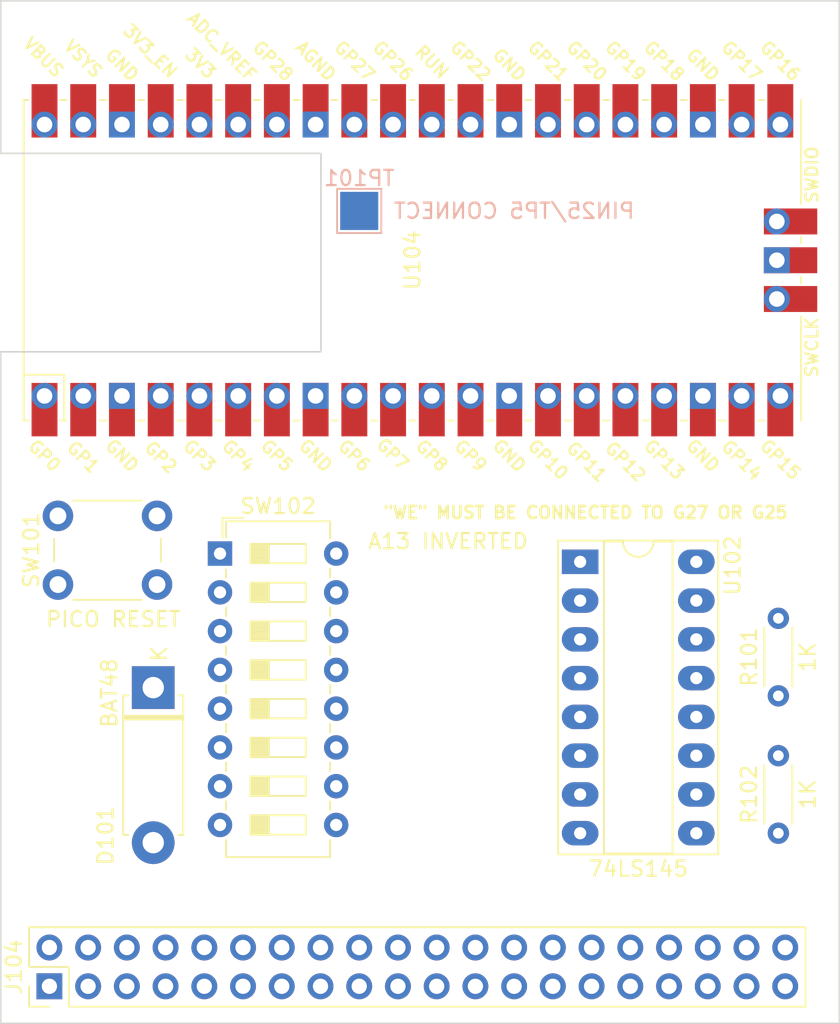
<source format=kicad_pcb>
(kicad_pcb (version 20240108) (generator "pcbnew") (generator_version "8.0")
  (layers (0 "F.Cu" signal) (31 "B.Cu" signal) (34 "B.Paste" user) (35 "F.Paste" user) (36 "B.SilkS" user "B.Silkscreen") (37 "F.SilkS" user "F.Silkscreen") (38 "B.Mask" user) (39 "F.Mask" user) (44 "Edge.Cuts" user))
  (net 0 "")
  (net 1 "GND")
  (net 2 "Net-(SW101-A)")
  (net 3 "Net-(D101-K)")
  (net 4 "V5")
  (net 5 "A0")
  (net 6 "A1")
  (net 7 "A2")
  (net 8 "A3")
  (net 9 "A4")
  (net 10 "A5")
  (net 11 "A6")
  (net 12 "A7")
  (net 13 "A8")
  (net 14 "A9")
  (net 15 "A10")
  (net 16 "A11")
  (net 17 "A12")
  (net 18 "A13")
  (net 19 "A14")
  (net 20 "A15")
  (net 21 "RW")
  (net 22 "D0")
  (net 23 "D1")
  (net 24 "D2")
  (net 25 "D3")
  (net 26 "D4")
  (net 27 "D5")
  (net 28 "D6")
  (net 29 "D7")
  (net 30 "V3.3")
  (net 31 "PHI2")
  (net 32 "DEN")
  (net 38 "CS")
  (net 39 "Net-(U102-Q0)")
  (net 40 "Net-(U102-Q1)")
  (net 41 "Net-(U102-Q2)")
  (net 42 "Net-(U102-Q3)")
  (net 43 "Net-(U102-Q4)")
  (net 44 "Net-(U102-Q5)")
  (net 45 "Net-(U102-Q6)")
  (net 46 "Net-(U102-Q7)")
  (footprint "Resistor_THT:R_Axial_DIN0204_L3.6mm_D1.6mm_P5.08mm_Horizontal" (layer "F.Cu") (at 171 105.54 90)
    (property "Reference" "R102" (at 2.54 -1.92 90) (layer "F.SilkS"))
    (property "Value" "1K" (at 2.54 1.92 90) (layer "F.SilkS"))
    (fp_line (start 0.62 -0.92) (end 4.46 -0.92) (stroke (width 0.12)) (layer "F.SilkS"))
    (fp_line (start 0.62 0.92) (end 4.46 0.92) (stroke (width 0.12)) (layer "F.SilkS"))
    (pad "1" thru_hole circle (at 0 0 90) (size 1.4 1.4) (drill 0.7) (layers "*.Cu" "*.Mask") (net 4 "V5"))
    (pad "2" thru_hole oval (at 5.08 0 90) (size 1.4 1.4) (drill 0.7) (layers "*.Cu" "*.Mask") (net 38 "CS"))
  )
  (footprint "Button_Switch_THT:SW_PUSH_6mm" (layer "F.Cu") (at 123.75 84.75)
    (property "Reference" "SW101" (at -1.75 2.25 90) (layer "F.SilkS"))
    (property "Value" "PICO RESET" (at 3.625 6.775 0) (layer "F.SilkS"))
    (fp_line (start -0.25 1.5) (end -0.25 3) (stroke (width 0.12)) (layer "F.SilkS"))
    (fp_line (start 1 5.5) (end 5.5 5.5) (stroke (width 0.12)) (layer "F.SilkS"))
    (fp_line (start 5.5 -1) (end 1 -1) (stroke (width 0.12)) (layer "F.SilkS"))
    (fp_line (start 6.75 3) (end 6.75 1.5) (stroke (width 0.12)) (layer "F.SilkS"))
    (pad "1" thru_hole circle (at 0 0 90) (size 2 2) (drill 1.1) (layers "*.Cu" "*.Mask") (net 2 "Net-(SW101-A)"))
    (pad "1" thru_hole circle (at 6.5 0 90) (size 2 2) (drill 1.1) (layers "*.Cu" "*.Mask") (net 2 "Net-(SW101-A)"))
    (pad "2" thru_hole circle (at 0 4.5 90) (size 2 2) (drill 1.1) (layers "*.Cu" "*.Mask") (net 1 "GND"))
    (pad "2" thru_hole circle (at 6.5 4.5 90) (size 2 2) (drill 1.1) (layers "*.Cu" "*.Mask") (net 1 "GND"))
  )
  (footprint "Package_DIP:DIP-16_W7.62mm_Socket_LongPads" (layer "F.Cu") (at 158 87.76)
    (property "Reference" "U102" (at 10 0.24 -90) (layer "F.SilkS"))
    (property "Value" "74LS145" (at 3.81 20.11 0) (layer "F.SilkS"))
    (fp_line (start -1.44 -1.39) (end -1.44 19.17) (stroke (width 0.12)) (layer "F.SilkS"))
    (fp_line (start -1.44 19.17) (end 9.06 19.17) (stroke (width 0.12)) (layer "F.SilkS"))
    (fp_line (start 1.56 -1.33) (end 1.56 19.11) (stroke (width 0.12)) (layer "F.SilkS"))
    (fp_line (start 1.56 19.11) (end 6.06 19.11) (stroke (width 0.12)) (layer "F.SilkS"))
    (fp_line (start 2.81 -1.33) (end 1.56 -1.33) (stroke (width 0.12)) (layer "F.SilkS"))
    (fp_line (start 6.06 -1.33) (end 4.81 -1.33) (stroke (width 0.12)) (layer "F.SilkS"))
    (fp_line (start 6.06 19.11) (end 6.06 -1.33) (stroke (width 0.12)) (layer "F.SilkS"))
    (fp_line (start 9.06 -1.39) (end -1.44 -1.39) (stroke (width 0.12)) (layer "F.SilkS"))
    (fp_line (start 9.06 19.17) (end 9.06 -1.39) (stroke (width 0.12)) (layer "F.SilkS"))
    (fp_arc (start 4.81 -1.33) (mid 3.81 -0.33) (end 2.81 -1.33) (stroke (width 0.12)) (layer "F.SilkS"))
    (pad "1" thru_hole rect (at 0 0) (size 2.4 1.6) (drill 0.8) (layers "*.Cu" "*.Mask") (net 39 "Net-(U102-Q0)"))
    (pad "2" thru_hole oval (at 0 2.54) (size 2.4 1.6) (drill 0.8) (layers "*.Cu" "*.Mask") (net 40 "Net-(U102-Q1)"))
    (pad "3" thru_hole oval (at 0 5.08) (size 2.4 1.6) (drill 0.8) (layers "*.Cu" "*.Mask") (net 41 "Net-(U102-Q2)"))
    (pad "4" thru_hole oval (at 0 7.62) (size 2.4 1.6) (drill 0.8) (layers "*.Cu" "*.Mask") (net 42 "Net-(U102-Q3)"))
    (pad "5" thru_hole oval (at 0 10.16) (size 2.4 1.6) (drill 0.8) (layers "*.Cu" "*.Mask") (net 43 "Net-(U102-Q4)"))
    (pad "6" thru_hole oval (at 0 12.7) (size 2.4 1.6) (drill 0.8) (layers "*.Cu" "*.Mask") (net 44 "Net-(U102-Q5)"))
    (pad "7" thru_hole oval (at 0 15.24) (size 2.4 1.6) (drill 0.8) (layers "*.Cu" "*.Mask") (net 45 "Net-(U102-Q6)"))
    (pad "8" thru_hole oval (at 0 17.78) (size 2.4 1.6) (drill 0.8) (layers "*.Cu" "*.Mask") (net 1 "GND"))
    (pad "9" thru_hole oval (at 7.62 17.78) (size 2.4 1.6) (drill 0.8) (layers "*.Cu" "*.Mask") (net 46 "Net-(U102-Q7)"))
    (pad "10" thru_hole oval (at 7.62 15.24) (size 2.4 1.6) (drill 0.8) (layers "*.Cu" "*.Mask"))
    (pad "11" thru_hole oval (at 7.62 12.7) (size 2.4 1.6) (drill 0.8) (layers "*.Cu" "*.Mask"))
    (pad "12" thru_hole oval (at 7.62 10.16) (size 2.4 1.6) (drill 0.8) (layers "*.Cu" "*.Mask") (net 1 "GND"))
    (pad "13" thru_hole oval (at 7.62 7.62) (size 2.4 1.6) (drill 0.8) (layers "*.Cu" "*.Mask") (net 20 "A15"))
    (pad "14" thru_hole oval (at 7.62 5.08) (size 2.4 1.6) (drill 0.8) (layers "*.Cu" "*.Mask") (net 19 "A14"))
    (pad "15" thru_hole oval (at 7.62 2.54) (size 2.4 1.6) (drill 0.8) (layers "*.Cu" "*.Mask") (net 18 "A13"))
    (pad "16" thru_hole oval (at 7.62 0) (size 2.4 1.6) (drill 0.8) (layers "*.Cu" "*.Mask") (net 4 "V5"))
  )
  (footprint "Button_Switch_THT:SW_DIP_SPSTx08_Slide_6.7x21.88mm_W7.62mm_P2.54mm_LowProfile" (layer "F.Cu") (at 134.38 87.22)
    (property "Reference" "SW102" (at 3.81 -3.11 0) (layer "F.SilkS"))
    (property "Value" "SW_DIP_x08")
    (fp_line (start 0.16 -2.35) (end 0.16 -1.04) (stroke (width 0.12)) (layer "F.SilkS"))
    (fp_line (start 0.16 -2.35) (end 1.543 -2.35) (stroke (width 0.12)) (layer "F.SilkS"))
    (fp_line (start 0.4 -2.11) (end 0.4 -1.04) (stroke (width 0.12)) (layer "F.SilkS"))
    (fp_line (start 0.4 -2.11) (end 7.221 -2.11) (stroke (width 0.12)) (layer "F.SilkS"))
    (fp_line (start 0.4 1.04) (end 0.4 1.551) (stroke (width 0.12)) (layer "F.SilkS"))
    (fp_line (start 0.4 3.53) (end 0.4 4.091) (stroke (width 0.12)) (layer "F.SilkS"))
    (fp_line (start 0.4 6.07) (end 0.4 6.631) (stroke (width 0.12)) (layer "F.SilkS"))
    (fp_line (start 0.4 8.61) (end 0.4 9.17) (stroke (width 0.12)) (layer "F.SilkS"))
    (fp_line (start 0.4 11.15) (end 0.4 11.71) (stroke (width 0.12)) (layer "F.SilkS"))
    (fp_line (start 0.4 13.69) (end 0.4 14.25) (stroke (width 0.12)) (layer "F.SilkS"))
    (fp_line (start 0.4 16.23) (end 0.4 16.79) (stroke (width 0.12)) (layer "F.SilkS"))
    (fp_line (start 0.4 18.77) (end 0.4 19.891) (stroke (width 0.12)) (layer "F.SilkS"))
    (fp_line (start 0.4 19.891) (end 7.221 19.891) (stroke (width 0.12)) (layer "F.SilkS"))
    (fp_line (start 2 -0.635) (end 2 0.635) (stroke (width 0.12)) (layer "F.SilkS"))
    (fp_line (start 2 -0.515) (end 3.206667 -0.515) (stroke (width 0.12)) (layer "F.SilkS"))
    (fp_line (start 2 -0.395) (end 3.206667 -0.395) (stroke (width 0.12)) (layer "F.SilkS"))
    (fp_line (start 2 -0.275) (end 3.206667 -0.275) (stroke (width 0.12)) (layer "F.SilkS"))
    (fp_line (start 2 -0.155) (end 3.206667 -0.155) (stroke (width 0.12)) (layer "F.SilkS"))
    (fp_line (start 2 -0.035) (end 3.206667 -0.035) (stroke (width 0.12)) (layer "F.SilkS"))
    (fp_line (start 2 0.085) (end 3.206667 0.085) (stroke (width 0.12)) (layer "F.SilkS"))
    (fp_line (start 2 0.205) (end 3.206667 0.205) (stroke (width 0.12)) (layer "F.SilkS"))
    (fp_line (start 2 0.325) (end 3.206667 0.325) (stroke (width 0.12)) (layer "F.SilkS"))
    (fp_line (start 2 0.445) (end 3.206667 0.445) (stroke (width 0.12)) (layer "F.SilkS"))
    (fp_line (start 2 0.565) (end 3.206667 0.565) (stroke (width 0.12)) (layer "F.SilkS"))
    (fp_line (start 2 0.635) (end 5.62 0.635) (stroke (width 0.12)) (layer "F.SilkS"))
    (fp_line (start 2 1.905) (end 2 3.175) (stroke (width 0.12)) (layer "F.SilkS"))
    (fp_line (start 2 2.025) (end 3.206667 2.025) (stroke (width 0.12)) (layer "F.SilkS"))
    (fp_line (start 2 2.145) (end 3.206667 2.145) (stroke (width 0.12)) (layer "F.SilkS"))
    (fp_line (start 2 2.265) (end 3.206667 2.265) (stroke (width 0.12)) (layer "F.SilkS"))
    (fp_line (start 2 2.385) (end 3.206667 2.385) (stroke (width 0.12)) (layer "F.SilkS"))
    (fp_line (start 2 2.505) (end 3.206667 2.505) (stroke (width 0.12)) (layer "F.SilkS"))
    (fp_line (start 2 2.625) (end 3.206667 2.625) (stroke (width 0.12)) (layer "F.SilkS"))
    (fp_line (start 2 2.745) (end 3.206667 2.745) (stroke (width 0.12)) (layer "F.SilkS"))
    (fp_line (start 2 2.865) (end 3.206667 2.865) (stroke (width 0.12)) (layer "F.SilkS"))
    (fp_line (start 2 2.985) (end 3.206667 2.985) (stroke (width 0.12)) (layer "F.SilkS"))
    (fp_line (start 2 3.105) (end 3.206667 3.105) (stroke (width 0.12)) (layer "F.SilkS"))
    (fp_line (start 2 3.175) (end 5.62 3.175) (stroke (width 0.12)) (layer "F.SilkS"))
    (fp_line (start 2 4.445) (end 2 5.715) (stroke (width 0.12)) (layer "F.SilkS"))
    (fp_line (start 2 4.565) (end 3.206667 4.565) (stroke (width 0.12)) (layer "F.SilkS"))
    (fp_line (start 2 4.685) (end 3.206667 4.685) (stroke (width 0.12)) (layer "F.SilkS"))
    (fp_line (start 2 4.805) (end 3.206667 4.805) (stroke (width 0.12)) (layer "F.SilkS"))
    (fp_line (start 2 4.925) (end 3.206667 4.925) (stroke (width 0.12)) (layer "F.SilkS"))
    (fp_line (start 2 5.045) (end 3.206667 5.045) (stroke (width 0.12)) (layer "F.SilkS"))
    (fp_line (start 2 5.165) (end 3.206667 5.165) (stroke (width 0.12)) (layer "F.SilkS"))
    (fp_line (start 2 5.285) (end 3.206667 5.285) (stroke (width 0.12)) (layer "F.SilkS"))
    (fp_line (start 2 5.405) (end 3.206667 5.405) (stroke (width 0.12)) (layer "F.SilkS"))
    (fp_line (start 2 5.525) (end 3.206667 5.525) (stroke (width 0.12)) (layer "F.SilkS"))
    (fp_line (start 2 5.645) (end 3.206667 5.645) (stroke (width 0.12)) (layer "F.SilkS"))
    (fp_line (start 2 5.715) (end 5.62 5.715) (stroke (width 0.12)) (layer "F.SilkS"))
    (fp_line (start 2 6.985) (end 2 8.255) (stroke (width 0.12)) (layer "F.SilkS"))
    (fp_line (start 2 7.105) (end 3.206667 7.105) (stroke (width 0.12)) (layer "F.SilkS"))
    (fp_line (start 2 7.225) (end 3.206667 7.225) (stroke (width 0.12)) (layer "F.SilkS"))
    (fp_line (start 2 7.345) (end 3.206667 7.345) (stroke (width 0.12)) (layer "F.SilkS"))
    (fp_line (start 2 7.465) (end 3.206667 7.465) (stroke (width 0.12)) (layer "F.SilkS"))
    (fp_line (start 2 7.585) (end 3.206667 7.585) (stroke (width 0.12)) (layer "F.SilkS"))
    (fp_line (start 2 7.705) (end 3.206667 7.705) (stroke (width 0.12)) (layer "F.SilkS"))
    (fp_line (start 2 7.825) (end 3.206667 7.825) (stroke (width 0.12)) (layer "F.SilkS"))
    (fp_line (start 2 7.945) (end 3.206667 7.945) (stroke (width 0.12)) (layer "F.SilkS"))
    (fp_line (start 2 8.065) (end 3.206667 8.065) (stroke (width 0.12)) (layer "F.SilkS"))
    (fp_line (start 2 8.185) (end 3.206667 8.185) (stroke (width 0.12)) (layer "F.SilkS"))
    (fp_line (start 2 8.255) (end 5.62 8.255) (stroke (width 0.12)) (layer "F.SilkS"))
    (fp_line (start 2 9.525) (end 2 10.795) (stroke (width 0.12)) (layer "F.SilkS"))
    (fp_line (start 2 9.645) (end 3.206667 9.645) (stroke (width 0.12)) (layer "F.SilkS"))
    (fp_line (start 2 9.765) (end 3.206667 9.765) (stroke (width 0.12)) (layer "F.SilkS"))
    (fp_line (start 2 9.885) (end 3.206667 9.885) (stroke (width 0.12)) (layer "F.SilkS"))
    (fp_line (start 2 10.005) (end 3.206667 10.005) (stroke (width 0.12)) (layer "F.SilkS"))
    (fp_line (start 2 10.125) (end 3.206667 10.125) (stroke (width 0.12)) (layer "F.SilkS"))
    (fp_line (start 2 10.245) (end 3.206667 10.245) (stroke (width 0.12)) (layer "F.SilkS"))
    (fp_line (start 2 10.365) (end 3.206667 10.365) (stroke (width 0.12)) (layer "F.SilkS"))
    (fp_line (start 2 10.485) (end 3.206667 10.485) (stroke (width 0.12)) (layer "F.SilkS"))
    (fp_line (start 2 10.605) (end 3.206667 10.605) (stroke (width 0.12)) (layer "F.SilkS"))
    (fp_line (start 2 10.725) (end 3.206667 10.725) (stroke (width 0.12)) (layer "F.SilkS"))
    (fp_line (start 2 10.795) (end 5.62 10.795) (stroke (width 0.12)) (layer "F.SilkS"))
    (fp_line (start 2 12.065) (end 2 13.335) (stroke (width 0.12)) (layer "F.SilkS"))
    (fp_line (start 2 12.185) (end 3.206667 12.185) (stroke (width 0.12)) (layer "F.SilkS"))
    (fp_line (start 2 12.305) (end 3.206667 12.305) (stroke (width 0.12)) (layer "F.SilkS"))
    (fp_line (start 2 12.425) (end 3.206667 12.425) (stroke (width 0.12)) (layer "F.SilkS"))
    (fp_line (start 2 12.545) (end 3.206667 12.545) (stroke (width 0.12)) (layer "F.SilkS"))
    (fp_line (start 2 12.665) (end 3.206667 12.665) (stroke (width 0.12)) (layer "F.SilkS"))
    (fp_line (start 2 12.785) (end 3.206667 12.785) (stroke (width 0.12)) (layer "F.SilkS"))
    (fp_line (start 2 12.905) (end 3.206667 12.905) (stroke (width 0.12)) (layer "F.SilkS"))
    (fp_line (start 2 13.025) (end 3.206667 13.025) (stroke (width 0.12)) (layer "F.SilkS"))
    (fp_line (start 2 13.145) (end 3.206667 13.145) (stroke (width 0.12)) (layer "F.SilkS"))
    (fp_line (start 2 13.265) (end 3.206667 13.265) (stroke (width 0.12)) (layer "F.SilkS"))
    (fp_line (start 2 13.335) (end 5.62 13.335) (stroke (width 0.12)) (layer "F.SilkS"))
    (fp_line (start 2 14.605) (end 2 15.875) (stroke (width 0.12)) (layer "F.SilkS"))
    (fp_line (start 2 14.725) (end 3.206667 14.725) (stroke (width 0.12)) (layer "F.SilkS"))
    (fp_line (start 2 14.845) (end 3.206667 14.845) (stroke (width 0.12)) (layer "F.SilkS"))
    (fp_line (start 2 14.965) (end 3.206667 14.965) (stroke (width 0.12)) (layer "F.SilkS"))
    (fp_line (start 2 15.085) (end 3.206667 15.085) (stroke (width 0.12)) (layer "F.SilkS"))
    (fp_line (start 2 15.205) (end 3.206667 15.205) (stroke (width 0.12)) (layer "F.SilkS"))
    (fp_line (start 2 15.325) (end 3.206667 15.325) (stroke (width 0.12)) (layer "F.SilkS"))
    (fp_line (start 2 15.445) (end 3.206667 15.445) (stroke (width 0.12)) (layer "F.SilkS"))
    (fp_line (start 2 15.565) (end 3.206667 15.565) (stroke (width 0.12)) (layer "F.SilkS"))
    (fp_line (start 2 15.685) (end 3.206667 15.685) (stroke (width 0.12)) (layer "F.SilkS"))
    (fp_line (start 2 15.805) (end 3.206667 15.805) (stroke (width 0.12)) (layer "F.SilkS"))
    (fp_line (start 2 15.875) (end 5.62 15.875) (stroke (width 0.12)) (layer "F.SilkS"))
    (fp_line (start 2 17.145) (end 2 18.415) (stroke (width 0.12)) (layer "F.SilkS"))
    (fp_line (start 2 17.265) (end 3.206667 17.265) (stroke (width 0.12)) (layer "F.SilkS"))
    (fp_line (start 2 17.385) (end 3.206667 17.385) (stroke (width 0.12)) (layer "F.SilkS"))
    (fp_line (start 2 17.505) (end 3.206667 17.505) (stroke (width 0.12)) (layer "F.SilkS"))
    (fp_line (start 2 17.625) (end 3.206667 17.625) (stroke (width 0.12)) (layer "F.SilkS"))
    (fp_line (start 2 17.745) (end 3.206667 17.745) (stroke (width 0.12)) (layer "F.SilkS"))
    (fp_line (start 2 17.865) (end 3.206667 17.865) (stroke (width 0.12)) (layer "F.SilkS"))
    (fp_line (start 2 17.985) (end 3.206667 17.985) (stroke (width 0.12)) (layer "F.SilkS"))
    (fp_line (start 2 18.105) (end 3.206667 18.105) (stroke (width 0.12)) (layer "F.SilkS"))
    (fp_line (start 2 18.225) (end 3.206667 18.225) (stroke (width 0.12)) (layer "F.SilkS"))
    (fp_line (start 2 18.345) (end 3.206667 18.345) (stroke (width 0.12)) (layer "F.SilkS"))
    (fp_line (start 2 18.415) (end 5.62 18.415) (stroke (width 0.12)) (layer "F.SilkS"))
    (fp_line (start 3.206667 -0.635) (end 3.206667 0.635) (stroke (width 0.12)) (layer "F.SilkS"))
    (fp_line (start 3.206667 1.905) (end 3.206667 3.175) (stroke (width 0.12)) (layer "F.SilkS"))
    (fp_line (start 3.206667 4.445) (end 3.206667 5.715) (stroke (width 0.12)) (layer "F.SilkS"))
    (fp_line (start 3.206667 6.985) (end 3.206667 8.255) (stroke (width 0.12)) (layer "F.SilkS"))
    (fp_line (start 3.206667 9.525) (end 3.206667 10.795) (stroke (width 0.12)) (layer "F.SilkS"))
    (fp_line (start 3.206667 12.065) (end 3.206667 13.335) (stroke (width 0.12)) (layer "F.SilkS"))
    (fp_line (start 3.206667 14.605) (end 3.206667 15.875) (stroke (width 0.12)) (layer "F.SilkS"))
    (fp_line (start 3.206667 17.145) (end 3.206667 18.415) (stroke (width 0.12)) (layer "F.SilkS"))
    (fp_line (start 5.62 -0.635) (end 2 -0.635) (stroke (width 0.12)) (layer "F.SilkS"))
    (fp_line (start 5.62 0.635) (end 5.62 -0.635) (stroke (width 0.12)) (layer "F.SilkS"))
    (fp_line (start 5.62 1.905) (end 2 1.905) (stroke (width 0.12)) (layer "F.SilkS"))
    (fp_line (start 5.62 3.175) (end 5.62 1.905) (stroke (width 0.12)) (layer "F.SilkS"))
    (fp_line (start 5.62 4.445) (end 2 4.445) (stroke (width 0.12)) (layer "F.SilkS"))
    (fp_line (start 5.62 5.715) (end 5.62 4.445) (stroke (width 0.12)) (layer "F.SilkS"))
    (fp_line (start 5.62 6.985) (end 2 6.985) (stroke (width 0.12)) (layer "F.SilkS"))
    (fp_line (start 5.62 8.255) (end 5.62 6.985) (stroke (width 0.12)) (layer "F.SilkS"))
    (fp_line (start 5.62 9.525) (end 2 9.525) (stroke (width 0.12)) (layer "F.SilkS"))
    (fp_line (start 5.62 10.795) (end 5.62 9.525) (stroke (width 0.12)) (layer "F.SilkS"))
    (fp_line (start 5.62 12.065) (end 2 12.065) (stroke (width 0.12)) (layer "F.SilkS"))
    (fp_line (start 5.62 13.335) (end 5.62 12.065) (stroke (width 0.12)) (layer "F.SilkS"))
    (fp_line (start 5.62 14.605) (end 2 14.605) (stroke (width 0.12)) (layer "F.SilkS"))
    (fp_line (start 5.62 15.875) (end 5.62 14.605) (stroke (width 0.12)) (layer "F.SilkS"))
    (fp_line (start 5.62 17.145) (end 2 17.145) (stroke (width 0.12)) (layer "F.SilkS"))
    (fp_line (start 5.62 18.415) (end 5.62 17.145) (stroke (width 0.12)) (layer "F.SilkS"))
    (fp_line (start 7.221 -2.11) (end 7.221 -0.99) (stroke (width 0.12)) (layer "F.SilkS"))
    (fp_line (start 7.221 0.991) (end 7.221 1.551) (stroke (width 0.12)) (layer "F.SilkS"))
    (fp_line (start 7.221 3.531) (end 7.221 4.091) (stroke (width 0.12)) (layer "F.SilkS"))
    (fp_line (start 7.221 6.071) (end 7.221 6.631) (stroke (width 0.12)) (layer "F.SilkS"))
    (fp_line (start 7.221 8.611) (end 7.221 9.171) (stroke (width 0.12)) (layer "F.SilkS"))
    (fp_line (start 7.221 11.151) (end 7.221 11.711) (stroke (width 0.12)) (layer "F.SilkS"))
    (fp_line (start 7.221 13.691) (end 7.221 14.251) (stroke (width 0.12)) (layer "F.SilkS"))
    (fp_line (start 7.221 16.231) (end 7.221 16.79) (stroke (width 0.12)) (layer "F.SilkS"))
    (fp_line (start 7.221 18.771) (end 7.221 19.891) (stroke (width 0.12)) (layer "F.SilkS"))
    (pad "1" thru_hole rect (at 0 0) (size 1.6 1.6) (drill 0.8) (layers "*.Cu" "*.Mask") (net 39 "Net-(U102-Q0)"))
    (pad "2" thru_hole oval (at 0 2.54) (size 1.6 1.6) (drill 0.8) (layers "*.Cu" "*.Mask") (net 40 "Net-(U102-Q1)"))
    (pad "3" thru_hole oval (at 0 5.08) (size 1.6 1.6) (drill 0.8) (layers "*.Cu" "*.Mask") (net 41 "Net-(U102-Q2)"))
    (pad "4" thru_hole oval (at 0 7.62) (size 1.6 1.6) (drill 0.8) (layers "*.Cu" "*.Mask") (net 42 "Net-(U102-Q3)"))
    (pad "5" thru_hole oval (at 0 10.16) (size 1.6 1.6) (drill 0.8) (layers "*.Cu" "*.Mask") (net 43 "Net-(U102-Q4)"))
    (pad "6" thru_hole oval (at 0 12.7) (size 1.6 1.6) (drill 0.8) (layers "*.Cu" "*.Mask") (net 44 "Net-(U102-Q5)"))
    (pad "7" thru_hole oval (at 0 15.24) (size 1.6 1.6) (drill 0.8) (layers "*.Cu" "*.Mask") (net 45 "Net-(U102-Q6)"))
    (pad "8" thru_hole oval (at 0 17.78) (size 1.6 1.6) (drill 0.8) (layers "*.Cu" "*.Mask") (net 46 "Net-(U102-Q7)"))
    (pad "9" thru_hole oval (at 7.62 17.78) (size 1.6 1.6) (drill 0.8) (layers "*.Cu" "*.Mask") (net 32 "DEN"))
    (pad "10" thru_hole oval (at 7.62 15.24) (size 1.6 1.6) (drill 0.8) (layers "*.Cu" "*.Mask") (net 38 "CS"))
    (pad "11" thru_hole oval (at 7.62 12.7) (size 1.6 1.6) (drill 0.8) (layers "*.Cu" "*.Mask") (net 38 "CS"))
    (pad "12" thru_hole oval (at 7.62 10.16) (size 1.6 1.6) (drill 0.8) (layers "*.Cu" "*.Mask") (net 38 "CS"))
    (pad "13" thru_hole oval (at 7.62 7.62) (size 1.6 1.6) (drill 0.8) (layers "*.Cu" "*.Mask") (net 38 "CS"))
    (pad "14" thru_hole oval (at 7.62 5.08) (size 1.6 1.6) (drill 0.8) (layers "*.Cu" "*.Mask") (net 38 "CS"))
    (pad "15" thru_hole oval (at 7.62 2.54) (size 1.6 1.6) (drill 0.8) (layers "*.Cu" "*.Mask") (net 38 "CS"))
    (pad "16" thru_hole oval (at 7.62 0) (size 1.6 1.6) (drill 0.8) (layers "*.Cu" "*.Mask") (net 32 "DEN"))
  )
  (footprint "Resistor_THT:R_Axial_DIN0204_L3.6mm_D1.6mm_P5.08mm_Horizontal" (layer "F.Cu") (at 171 96.54 90)
    (property "Reference" "R101" (at 2.54 -1.92 -90) (layer "F.SilkS"))
    (property "Value" "1K" (at 2.54 1.92 -90) (layer "F.SilkS"))
    (fp_line (start 0.62 -0.92) (end 4.46 -0.92) (stroke (width 0.12)) (layer "F.SilkS"))
    (fp_line (start 0.62 0.92) (end 4.46 0.92) (stroke (width 0.12)) (layer "F.SilkS"))
    (pad "1" thru_hole circle (at 0 0 90) (size 1.4 1.4) (drill 0.7) (layers "*.Cu" "*.Mask") (net 4 "V5"))
    (pad "2" thru_hole oval (at 5.08 0 90) (size 1.4 1.4) (drill 0.7) (layers "*.Cu" "*.Mask") (net 32 "DEN"))
  )
  (footprint "Connector_PinHeader_2.54mm:PinHeader_2x20_P2.54mm_Vertical" (layer "F.Cu") (at 123.19 115.57 90)
    (property "Reference" "J104" (at 1.27 -2.33 270) (layer "F.SilkS"))
    (property "Value" "PAL-1 Expansion Connector")
    (fp_line (start 3.87 -1.33) (end 3.87 49.59) (stroke (width 0.12)) (layer "F.SilkS"))
    (fp_line (start 1.27 -1.33) (end 3.87 -1.33) (stroke (width 0.12)) (layer "F.SilkS"))
    (fp_line (start -1.33 -1.33) (end 0 -1.33) (stroke (width 0.12)) (layer "F.SilkS"))
    (fp_line (start -1.33 0) (end -1.33 -1.33) (stroke (width 0.12)) (layer "F.SilkS"))
    (fp_line (start 1.27 1.27) (end 1.27 -1.33) (stroke (width 0.12)) (layer "F.SilkS"))
    (fp_line (start -1.33 1.27) (end 1.27 1.27) (stroke (width 0.12)) (layer "F.SilkS"))
    (fp_line (start -1.33 1.27) (end -1.33 49.59) (stroke (width 0.12)) (layer "F.SilkS"))
    (fp_line (start -1.33 49.59) (end 3.87 49.59) (stroke (width 0.12)) (layer "F.SilkS"))
    (pad "1" thru_hole rect (at 0 0 90) (size 1.7 1.7) (drill 1) (layers "*.Cu" "*.Mask") (net 1 "GND"))
    (pad "2" thru_hole oval (at 2.54 0 90) (size 1.7 1.7) (drill 1) (layers "*.Cu" "*.Mask") (net 1 "GND"))
    (pad "3" thru_hole oval (at 0 2.54 90) (size 1.7 1.7) (drill 1) (layers "*.Cu" "*.Mask") (net 4 "V5"))
    (pad "4" thru_hole oval (at 2.54 2.54 90) (size 1.7 1.7) (drill 1) (layers "*.Cu" "*.Mask"))
    (pad "5" thru_hole oval (at 0 5.08 90) (size 1.7 1.7) (drill 1) (layers "*.Cu" "*.Mask") (net 5 "A0"))
    (pad "6" thru_hole oval (at 2.54 5.08 90) (size 1.7 1.7) (drill 1) (layers "*.Cu" "*.Mask") (net 6 "A1"))
    (pad "7" thru_hole oval (at 0 7.62 90) (size 1.7 1.7) (drill 1) (layers "*.Cu" "*.Mask") (net 7 "A2"))
    (pad "8" thru_hole oval (at 2.54 7.62 90) (size 1.7 1.7) (drill 1) (layers "*.Cu" "*.Mask") (net 8 "A3"))
    (pad "9" thru_hole oval (at 0 10.16 90) (size 1.7 1.7) (drill 1) (layers "*.Cu" "*.Mask") (net 9 "A4"))
    (pad "10" thru_hole oval (at 2.54 10.16 90) (size 1.7 1.7) (drill 1) (layers "*.Cu" "*.Mask") (net 10 "A5"))
    (pad "11" thru_hole oval (at 0 12.7 90) (size 1.7 1.7) (drill 1) (layers "*.Cu" "*.Mask") (net 11 "A6"))
    (pad "12" thru_hole oval (at 2.54 12.7 90) (size 1.7 1.7) (drill 1) (layers "*.Cu" "*.Mask") (net 12 "A7"))
    (pad "13" thru_hole oval (at 0 15.24 90) (size 1.7 1.7) (drill 1) (layers "*.Cu" "*.Mask") (net 13 "A8"))
    (pad "14" thru_hole oval (at 2.54 15.24 90) (size 1.7 1.7) (drill 1) (layers "*.Cu" "*.Mask") (net 14 "A9"))
    (pad "15" thru_hole oval (at 0 17.78 90) (size 1.7 1.7) (drill 1) (layers "*.Cu" "*.Mask") (net 15 "A10"))
    (pad "16" thru_hole oval (at 2.54 17.78 90) (size 1.7 1.7) (drill 1) (layers "*.Cu" "*.Mask") (net 16 "A11"))
    (pad "17" thru_hole oval (at 0 20.32 90) (size 1.7 1.7) (drill 1) (layers "*.Cu" "*.Mask") (net 17 "A12"))
    (pad "18" thru_hole oval (at 2.54 20.32 90) (size 1.7 1.7) (drill 1) (layers "*.Cu" "*.Mask") (net 18 "A13"))
    (pad "19" thru_hole oval (at 0 22.86 90) (size 1.7 1.7) (drill 1) (layers "*.Cu" "*.Mask") (net 19 "A14"))
    (pad "20" thru_hole oval (at 2.54 22.86 90) (size 1.7 1.7) (drill 1) (layers "*.Cu" "*.Mask") (net 20 "A15"))
    (pad "21" thru_hole oval (at 0 25.4 90) (size 1.7 1.7) (drill 1) (layers "*.Cu" "*.Mask") (net 21 "RW"))
    (pad "22" thru_hole oval (at 2.54 25.4 90) (size 1.7 1.7) (drill 1) (layers "*.Cu" "*.Mask") (net 31 "PHI2"))
    (pad "23" thru_hole oval (at 0 27.94 90) (size 1.7 1.7) (drill 1) (layers "*.Cu" "*.Mask") (net 22 "D0"))
    (pad "24" thru_hole oval (at 2.54 27.94 90) (size 1.7 1.7) (drill 1) (layers "*.Cu" "*.Mask") (net 23 "D1"))
    (pad "25" thru_hole oval (at 0 30.48 90) (size 1.7 1.7) (drill 1) (layers "*.Cu" "*.Mask") (net 24 "D2"))
    (pad "26" thru_hole oval (at 2.54 30.48 90) (size 1.7 1.7) (drill 1) (layers "*.Cu" "*.Mask") (net 25 "D3"))
    (pad "27" thru_hole oval (at 0 33.02 90) (size 1.7 1.7) (drill 1) (layers "*.Cu" "*.Mask") (net 26 "D4"))
    (pad "28" thru_hole oval (at 2.54 33.02 90) (size 1.7 1.7) (drill 1) (layers "*.Cu" "*.Mask") (net 27 "D5"))
    (pad "29" thru_hole oval (at 0 35.56 90) (size 1.7 1.7) (drill 1) (layers "*.Cu" "*.Mask") (net 28 "D6"))
    (pad "30" thru_hole oval (at 2.54 35.56 90) (size 1.7 1.7) (drill 1) (layers "*.Cu" "*.Mask") (net 29 "D7"))
    (pad "31" thru_hole oval (at 0 38.1 90) (size 1.7 1.7) (drill 1) (layers "*.Cu" "*.Mask"))
    (pad "32" thru_hole oval (at 2.54 38.1 90) (size 1.7 1.7) (drill 1) (layers "*.Cu" "*.Mask"))
    (pad "33" thru_hole oval (at 0 40.64 90) (size 1.7 1.7) (drill 1) (layers "*.Cu" "*.Mask"))
    (pad "34" thru_hole oval (at 2.54 40.64 90) (size 1.7 1.7) (drill 1) (layers "*.Cu" "*.Mask"))
    (pad "35" thru_hole oval (at 0 43.18 90) (size 1.7 1.7) (drill 1) (layers "*.Cu" "*.Mask") (net 32 "DEN"))
    (pad "36" thru_hole oval (at 2.54 43.18 90) (size 1.7 1.7) (drill 1) (layers "*.Cu" "*.Mask"))
    (pad "37" thru_hole oval (at 0 45.72 90) (size 1.7 1.7) (drill 1) (layers "*.Cu" "*.Mask"))
    (pad "38" thru_hole oval (at 2.54 45.72 90) (size 1.7 1.7) (drill 1) (layers "*.Cu" "*.Mask"))
    (pad "39" thru_hole oval (at 0 48.26 90) (size 1.7 1.7) (drill 1) (layers "*.Cu" "*.Mask"))
    (pad "40" thru_hole oval (at 2.54 48.26 90) (size 1.7 1.7) (drill 1) (layers "*.Cu" "*.Mask"))
  )
  (footprint "RPi_Pico:RPi_Pico_SMD_TH" (layer "F.Cu") (at 147 68 90)
    (property "Reference" "U104" (at 0 0 90) (layer "F.SilkS"))
    (property "Value" "Pico")
    (fp_line (start 10.5 -25.5) (end 10.5 -25.2) (stroke (width 0.12)) (layer "F.SilkS"))
    (fp_line (start -10.5 -25.5) (end 10.5 -25.5) (stroke (width 0.12)) (layer "F.SilkS"))
    (fp_line (start -10.5 -25.5) (end -10.5 -25.2) (stroke (width 0.12)) (layer "F.SilkS"))
    (fp_line (start 10.5 -23.1) (end 10.5 -22.7) (stroke (width 0.12)) (layer "F.SilkS"))
    (fp_line (start -10.5 -23.1) (end -10.5 -22.7) (stroke (width 0.12)) (layer "F.SilkS"))
    (fp_line (start -7.493 -22.833) (end -7.493 -25.5) (stroke (width 0.12)) (layer "F.SilkS"))
    (fp_line (start -10.5 -22.833) (end -7.493 -22.833) (stroke (width 0.12)) (layer "F.SilkS"))
    (fp_line (start 10.5 -20.5) (end 10.5 -20.1) (stroke (width 0.12)) (layer "F.SilkS"))
    (fp_line (start -10.5 -20.5) (end -10.5 -20.1) (stroke (width 0.12)) (layer "F.SilkS"))
    (fp_line (start 10.5 -18) (end 10.5 -17.6) (stroke (width 0.12)) (layer "F.SilkS"))
    (fp_line (start -10.5 -18) (end -10.5 -17.6) (stroke (width 0.12)) (layer "F.SilkS"))
    (fp_line (start 10.5 -15.4) (end 10.5 -15) (stroke (width 0.12)) (layer "F.SilkS"))
    (fp_line (start -10.5 -15.4) (end -10.5 -15) (stroke (width 0.12)) (layer "F.SilkS"))
    (fp_line (start 10.5 -12.9) (end 10.5 -12.5) (stroke (width 0.12)) (layer "F.SilkS"))
    (fp_line (start -10.5 -12.9) (end -10.5 -12.5) (stroke (width 0.12)) (layer "F.SilkS"))
    (fp_line (start 10.5 -10.4) (end 10.5 -10) (stroke (width 0.12)) (layer "F.SilkS"))
    (fp_line (start -10.5 -10.4) (end -10.5 -10) (stroke (width 0.12)) (layer "F.SilkS"))
    (fp_line (start 10.5 -7.8) (end 10.5 -7.4) (stroke (width 0.12)) (layer "F.SilkS"))
    (fp_line (start -10.5 -7.8) (end -10.5 -7.4) (stroke (width 0.12)) (layer "F.SilkS"))
    (fp_line (start 10.5 -5.3) (end 10.5 -4.9) (stroke (width 0.12)) (layer "F.SilkS"))
    (fp_line (start -10.5 -5.3) (end -10.5 -4.9) (stroke (width 0.12)) (layer "F.SilkS"))
    (fp_line (start 10.5 -2.7) (end 10.5 -2.3) (stroke (width 0.12)) (layer "F.SilkS"))
    (fp_line (start -10.5 -2.7) (end -10.5 -2.3) (stroke (width 0.12)) (layer "F.SilkS"))
    (fp_line (start 10.5 -0.2) (end 10.5 0.2) (stroke (width 0.12)) (layer "F.SilkS"))
    (fp_line (start -10.5 -0.2) (end -10.5 0.2) (stroke (width 0.12)) (layer "F.SilkS"))
    (fp_line (start 10.5 2.3) (end 10.5 2.7) (stroke (width 0.12)) (layer "F.SilkS"))
    (fp_line (start -10.5 2.3) (end -10.5 2.7) (stroke (width 0.12)) (layer "F.SilkS"))
    (fp_line (start 10.5 4.9) (end 10.5 5.3) (stroke (width 0.12)) (layer "F.SilkS"))
    (fp_line (start -10.5 4.9) (end -10.5 5.3) (stroke (width 0.12)) (layer "F.SilkS"))
    (fp_line (start 10.5 7.4) (end 10.5 7.8) (stroke (width 0.12)) (layer "F.SilkS"))
    (fp_line (start -10.5 7.4) (end -10.5 7.8) (stroke (width 0.12)) (layer "F.SilkS"))
    (fp_line (start 10.5 10) (end 10.5 10.4) (stroke (width 0.12)) (layer "F.SilkS"))
    (fp_line (start -10.5 10) (end -10.5 10.4) (stroke (width 0.12)) (layer "F.SilkS"))
    (fp_line (start 10.5 12.5) (end 10.5 12.9) (stroke (width 0.12)) (layer "F.SilkS"))
    (fp_line (start -10.5 12.5) (end -10.5 12.9) (stroke (width 0.12)) (layer "F.SilkS"))
    (fp_line (start 10.5 15.1) (end 10.5 15.5) (stroke (width 0.12)) (layer "F.SilkS"))
    (fp_line (start -10.5 15.1) (end -10.5 15.5) (stroke (width 0.12)) (layer "F.SilkS"))
    (fp_line (start 10.5 17.6) (end 10.5 18) (stroke (width 0.12)) (layer "F.SilkS"))
    (fp_line (start -10.5 17.6) (end -10.5 18) (stroke (width 0.12)) (layer "F.SilkS"))
    (fp_line (start 10.5 20.1) (end 10.5 20.5) (stroke (width 0.12)) (layer "F.SilkS"))
    (fp_line (start -10.5 20.1) (end -10.5 20.5) (stroke (width 0.12)) (layer "F.SilkS"))
    (fp_line (start 10.5 22.7) (end 10.5 23.1) (stroke (width 0.12)) (layer "F.SilkS"))
    (fp_line (start -10.5 22.7) (end -10.5 23.1) (stroke (width 0.12)) (layer "F.SilkS"))
    (fp_line (start 10.5 25.5) (end 3.7 25.5) (stroke (width 0.12)) (layer "F.SilkS"))
    (fp_line (start 1.1 25.5) (end 1.5 25.5) (stroke (width 0.12)) (layer "F.SilkS"))
    (fp_line (start -1.5 25.5) (end -1.1 25.5) (stroke (width 0.12)) (layer "F.SilkS"))
    (fp_line (start -3.7 25.5) (end -10.5 25.5) (stroke (width 0.12)) (layer "F.SilkS"))
    (fp_text user "GP4" (at -12.8 -11.43 135) (layer "F.SilkS") (effects (font (size 0.8 0.8))))
    (fp_text user "GND" (at -12.8 -6.35 135) (layer "F.SilkS") (effects (font (size 0.8 0.8))))
    (fp_text user "GP10" (at -13.054 8.89 135) (layer "F.SilkS") (effects (font (size 0.8 0.8))))
    (fp_text user "GP2" (at -12.9 -16.51 135) (layer "F.SilkS") (effects (font (size 0.8 0.8))))
    (fp_text user "GP3" (at -12.8 -13.97 135) (layer "F.SilkS") (effects (font (size 0.8 0.8))))
    (fp_text user "GP17" (at 13.054 21.59 135) (layer "F.SilkS") (effects (font (size 0.8 0.8))))
    (fp_text user "GP8" (at -12.8 1.27 135) (layer "F.SilkS") (effects (font (size 0.8 0.8))))
    (fp_text user "GP20" (at 13.054 11.43 135) (layer "F.SilkS") (effects (font (size 0.8 0.8))))
    (fp_text user "GP22" (at 13.054 3.81 135) (layer "F.SilkS") (effects (font (size 0.8 0.8))))
    (fp_text user "SWCLK" (at -5.7 26.2 90) (layer "F.SilkS") (effects (font (size 0.8 0.8))))
    (fp_text user "RUN" (at 13 1.27 135) (layer "F.SilkS") (effects (font (size 0.8 0.8))))
    (fp_text user "GP1" (at -12.9 -21.6 135) (layer "F.SilkS") (effects (font (size 0.8 0.8))))
    (fp_text user "GP21" (at 13.054 8.9 135) (layer "F.SilkS") (effects (font (size 0.8 0.8))))
    (fp_text user "GP0" (at -12.8 -24.13 135) (layer "F.SilkS") (effects (font (size 0.8 0.8))))
    (fp_text user "GP9" (at -12.8 3.81 135) (layer "F.SilkS") (effects (font (size 0.8 0.8))))
    (fp_text user "VBUS" (at 13.3 -24.2 135) (layer "F.SilkS") (effects (font (size 0.8 0.8))))
    (fp_text user "GND" (at 12.8 -19.05 135) (layer "F.SilkS") (effects (font (size 0.8 0.8))))
    (fp_text user "GP11" (at -13.2 11.43 135) (layer "F.SilkS") (effects (font (size 0.8 0.8))))
    (fp_text user "ADC_VREF" (at 14 -12.5 135) (layer "F.SilkS") (effects (font (size 0.8 0.8))))
    (fp_text user "GND" (at -12.8 19.05 135) (layer "F.SilkS") (effects (font (size 0.8 0.8))))
    (fp_text user "GP13" (at -13.054 16.51 135) (layer "F.SilkS") (effects (font (size 0.8 0.8))))
    (fp_text user "GP12" (at -13.2 13.97 135) (layer "F.SilkS") (effects (font (size 0.8 0.8))))
    (fp_text user "GND" (at -12.8 6.35 135) (layer "F.SilkS") (effects (font (size 0.8 0.8))))
    (fp_text user "3V3" (at 12.9 -13.9 135) (layer "F.SilkS") (effects (font (size 0.8 0.8))))
    (fp_text user "GP26" (at 13.054 -1.27 135) (layer "F.SilkS") (effects (font (size 0.8 0.8))))
    (fp_text user "GP6" (at -12.8 -3.81 135) (layer "F.SilkS") (effects (font (size 0.8 0.8))))
    (fp_text user "GP5" (at -12.8 -8.89 135) (layer "F.SilkS") (effects (font (size 0.8 0.8))))
    (fp_text user "GP19" (at 13.054 13.97 135) (layer "F.SilkS") (effects (font (size 0.8 0.8))))
    (fp_text user "GND" (at 12.8 6.35 135) (layer "F.SilkS") (effects (font (size 0.8 0.8))))
    (fp_text user "GP7" (at -12.7 -1.3 135) (layer "F.SilkS") (effects (font (size 0.8 0.8))))
    (fp_text user "SWDIO" (at 5.6 26.2 90) (layer "F.SilkS") (effects (font (size 0.8 0.8))))
    (fp_text user "AGND" (at 13.054 -6.35 135) (layer "F.SilkS") (effects (font (size 0.8 0.8))))
    (fp_text user "GND" (at 12.8 19.05 135) (layer "F.SilkS") (effects (font (size 0.8 0.8))))
    (fp_text user "GP15" (at -13.054 24.13 135) (layer "F.SilkS") (effects (font (size 0.8 0.8))))
    (fp_text user "VSYS" (at 13.2 -21.59 135) (layer "F.SilkS") (effects (font (size 0.8 0.8))))
    (fp_text user "GND" (at -12.8 -19.05 135) (layer "F.SilkS") (effects (font (size 0.8 0.8))))
    (fp_text user "3V3_EN" (at 13.7 -17.2 135) (layer "F.SilkS") (effects (font (size 0.8 0.8))))
    (fp_text user "GP14" (at -13.1 21.59 135) (layer "F.SilkS") (effects (font (size 0.8 0.8))))
    (fp_text user "GP28" (at 13.054 -9.144 135) (layer "F.SilkS") (effects (font (size 0.8 0.8))))
    (fp_text user "GP27" (at 13.054 -3.8 135) (layer "F.SilkS") (effects (font (size 0.8 0.8))))
    (fp_text user "GP18" (at 13.054 16.51 135) (layer "F.SilkS") (effects (font (size 0.8 0.8))))
    (fp_text user "GP16" (at 13.054 24.13 135) (layer "F.SilkS") (effects (font (size 0.8 0.8))))
    (pad "" np_thru_hole oval (at -2.725 -24 90) (size 1.8 1.8) (drill 1.8) (layers "*.Cu" "*.Mask"))
    (pad "" np_thru_hole oval (at -2.425 -20.97 90) (size 1.5 1.5) (drill 1.5) (layers "*.Cu" "*.Mask"))
    (pad "" np_thru_hole oval (at 2.425 -20.97 90) (size 1.5 1.5) (drill 1.5) (layers "*.Cu" "*.Mask"))
    (pad "" np_thru_hole oval (at 2.725 -24 90) (size 1.8 1.8) (drill 1.8) (layers "*.Cu" "*.Mask"))
    (pad "1" thru_hole oval (at -8.89 -24.13 90) (size 1.7 1.7) (drill 1.02) (layers "*.Cu" "*.Mask") (net 5 "A0"))
    (pad "1" smd rect (at -8.89 -24.13 90) (size 3.5 1.7) (drill (offset -0.9 0)) (layers "F.Cu" "F.Mask") (net 5 "A0"))
    (pad "2" thru_hole oval (at -8.89 -21.59 90) (size 1.7 1.7) (drill 1.02) (layers "*.Cu" "*.Mask") (net 6 "A1"))
    (pad "2" smd rect (at -8.89 -21.59 90) (size 3.5 1.7) (drill (offset -0.9 0)) (layers "F.Cu" "F.Mask") (net 6 "A1"))
    (pad "3" thru_hole rect (at -8.89 -19.05 90) (size 1.7 1.7) (drill 1.02) (layers "*.Cu" "*.Mask") (net 1 "GND"))
    (pad "3" smd rect (at -8.89 -19.05 90) (size 3.5 1.7) (drill (offset -0.9 0)) (layers "F.Cu" "F.Mask") (net 1 "GND"))
    (pad "4" thru_hole oval (at -8.89 -16.51 90) (size 1.7 1.7) (drill 1.02) (layers "*.Cu" "*.Mask") (net 7 "A2"))
    (pad "4" smd rect (at -8.89 -16.51 90) (size 3.5 1.7) (drill (offset -0.9 0)) (layers "F.Cu" "F.Mask") (net 7 "A2"))
    (pad "5" thru_hole oval (at -8.89 -13.97 90) (size 1.7 1.7) (drill 1.02) (layers "*.Cu" "*.Mask") (net 8 "A3"))
    (pad "5" smd rect (at -8.89 -13.97 90) (size 3.5 1.7) (drill (offset -0.9 0)) (layers "F.Cu" "F.Mask") (net 8 "A3"))
    (pad "6" thru_hole oval (at -8.89 -11.43 90) (size 1.7 1.7) (drill 1.02) (layers "*.Cu" "*.Mask") (net 9 "A4"))
    (pad "6" smd rect (at -8.89 -11.43 90) (size 3.5 1.7) (drill (offset -0.9 0)) (layers "F.Cu" "F.Mask") (net 9 "A4"))
    (pad "7" thru_hole oval (at -8.89 -8.89 90) (size 1.7 1.7) (drill 1.02) (layers "*.Cu" "*.Mask") (net 10 "A5"))
    (pad "7" smd rect (at -8.89 -8.89 90) (size 3.5 1.7) (drill (offset -0.9 0)) (layers "F.Cu" "F.Mask") (net 10 "A5"))
    (pad "8" thru_hole rect (at -8.89 -6.35 90) (size 1.7 1.7) (drill 1.02) (layers "*.Cu" "*.Mask") (net 1 "GND"))
    (pad "8" smd rect (at -8.89 -6.35 90) (size 3.5 1.7) (drill (offset -0.9 0)) (layers "F.Cu" "F.Mask") (net 1 "GND"))
    (pad "9" thru_hole oval (at -8.89 -3.81 90) (size 1.7 1.7) (drill 1.02) (layers "*.Cu" "*.Mask") (net 11 "A6"))
    (pad "9" smd rect (at -8.89 -3.81 90) (size 3.5 1.7) (drill (offset -0.9 0)) (layers "F.Cu" "F.Mask") (net 11 "A6"))
    (pad "10" thru_hole oval (at -8.89 -1.27 90) (size 1.7 1.7) (drill 1.02) (layers "*.Cu" "*.Mask") (net 12 "A7"))
    (pad "10" smd rect (at -8.89 -1.27 90) (size 3.5 1.7) (drill (offset -0.9 0)) (layers "F.Cu" "F.Mask") (net 12 "A7"))
    (pad "11" thru_hole oval (at -8.89 1.27 90) (size 1.7 1.7) (drill 1.02) (layers "*.Cu" "*.Mask") (net 13 "A8"))
    (pad "11" smd rect (at -8.89 1.27 90) (size 3.5 1.7) (drill (offset -0.9 0)) (layers "F.Cu" "F.Mask") (net 13 "A8"))
    (pad "12" thru_hole oval (at -8.89 3.81 90) (size 1.7 1.7) (drill 1.02) (layers "*.Cu" "*.Mask") (net 14 "A9"))
    (pad "12" smd rect (at -8.89 3.81 90) (size 3.5 1.7) (drill (offset -0.9 0)) (layers "F.Cu" "F.Mask") (net 14 "A9"))
    (pad "13" thru_hole rect (at -8.89 6.35 90) (size 1.7 1.7) (drill 1.02) (layers "*.Cu" "*.Mask") (net 1 "GND"))
    (pad "13" smd rect (at -8.89 6.35 90) (size 3.5 1.7) (drill (offset -0.9 0)) (layers "F.Cu" "F.Mask") (net 1 "GND"))
    (pad "14" thru_hole oval (at -8.89 8.89 90) (size 1.7 1.7) (drill 1.02) (layers "*.Cu" "*.Mask") (net 15 "A10"))
    (pad "14" smd rect (at -8.89 8.89 90) (size 3.5 1.7) (drill (offset -0.9 0)) (layers "F.Cu" "F.Mask") (net 15 "A10"))
    (pad "15" thru_hole oval (at -8.89 11.43 90) (size 1.7 1.7) (drill 1.02) (layers "*.Cu" "*.Mask") (net 16 "A11"))
    (pad "15" smd rect (at -8.89 11.43 90) (size 3.5 1.7) (drill (offset -0.9 0)) (layers "F.Cu" "F.Mask") (net 16 "A11"))
    (pad "16" thru_hole oval (at -8.89 13.97 90) (size 1.7 1.7) (drill 1.02) (layers "*.Cu" "*.Mask") (net 17 "A12"))
    (pad "16" smd rect (at -8.89 13.97 90) (size 3.5 1.7) (drill (offset -0.9 0)) (layers "F.Cu" "F.Mask") (net 17 "A12"))
    (pad "17" thru_hole oval (at -8.89 16.51 90) (size 1.7 1.7) (drill 1.02) (layers "*.Cu" "*.Mask") (net 18 "A13"))
    (pad "17" smd rect (at -8.89 16.51 90) (size 3.5 1.7) (drill (offset -0.9 0)) (layers "F.Cu" "F.Mask") (net 18 "A13"))
    (pad "18" thru_hole rect (at -8.89 19.05 90) (size 1.7 1.7) (drill 1.02) (layers "*.Cu" "*.Mask") (net 1 "GND"))
    (pad "18" smd rect (at -8.89 19.05 90) (size 3.5 1.7) (drill (offset -0.9 0)) (layers "F.Cu" "F.Mask") (net 1 "GND"))
    (pad "19" thru_hole oval (at -8.89 21.59 90) (size 1.7 1.7) (drill 1.02) (layers "*.Cu" "*.Mask") (net 19 "A14"))
    (pad "19" smd rect (at -8.89 21.59 90) (size 3.5 1.7) (drill (offset -0.9 0)) (layers "F.Cu" "F.Mask") (net 19 "A14"))
    (pad "20" thru_hole oval (at -8.89 24.13 90) (size 1.7 1.7) (drill 1.02) (layers "*.Cu" "*.Mask") (net 20 "A15"))
    (pad "20" smd rect (at -8.89 24.13 90) (size 3.5 1.7) (drill (offset -0.9 0)) (layers "F.Cu" "F.Mask") (net 20 "A15"))
    (pad "21" thru_hole oval (at 8.89 24.13 90) (size 1.7 1.7) (drill 1.02) (layers "*.Cu" "*.Mask") (net 22 "D0"))
    (pad "21" smd rect (at 8.89 24.13 90) (size 3.5 1.7) (drill (offset 0.9 0)) (layers "F.Cu" "F.Mask") (net 22 "D0"))
    (pad "22" thru_hole oval (at 8.89 21.59 90) (size 1.7 1.7) (drill 1.02) (layers "*.Cu" "*.Mask") (net 23 "D1"))
    (pad "22" smd rect (at 8.89 21.59 90) (size 3.5 1.7) (drill (offset 0.9 0)) (layers "F.Cu" "F.Mask") (net 23 "D1"))
    (pad "23" thru_hole rect (at 8.89 19.05 90) (size 1.7 1.7) (drill 1.02) (layers "*.Cu" "*.Mask") (net 1 "GND"))
    (pad "23" smd rect (at 8.89 19.05 90) (size 3.5 1.7) (drill (offset 0.9 0)) (layers "F.Cu" "F.Mask") (net 1 "GND"))
    (pad "24" thru_hole oval (at 8.89 16.51 90) (size 1.7 1.7) (drill 1.02) (layers "*.Cu" "*.Mask") (net 24 "D2"))
    (pad "24" smd rect (at 8.89 16.51 90) (size 3.5 1.7) (drill (offset 0.9 0)) (layers "F.Cu" "F.Mask") (net 24 "D2"))
    (pad "25" thru_hole oval (at 8.89 13.97 90) (size 1.7 1.7) (drill 1.02) (layers "*.Cu" "*.Mask") (net 25 "D3"))
    (pad "25" smd rect (at 8.89 13.97 90) (size 3.5 1.7) (drill (offset 0.9 0)) (layers "F.Cu" "F.Mask") (net 25 "D3"))
    (pad "26" thru_hole oval (at 8.89 11.43 90) (size 1.7 1.7) (drill 1.02) (layers "*.Cu" "*.Mask") (net 26 "D4"))
    (pad "26" smd rect (at 8.89 11.43 90) (size 3.5 1.7) (drill (offset 0.9 0)) (layers "F.Cu" "F.Mask") (net 26 "D4"))
    (pad "27" thru_hole oval (at 8.89 8.89 90) (size 1.7 1.7) (drill 1.02) (layers "*.Cu" "*.Mask") (net 27 "D5"))
    (pad "27" smd rect (at 8.89 8.89 90) (size 3.5 1.7) (drill (offset 0.9 0)) (layers "F.Cu" "F.Mask") (net 27 "D5"))
    (pad "28" thru_hole rect (at 8.89 6.35 90) (size 1.7 1.7) (drill 1.02) (layers "*.Cu" "*.Mask") (net 1 "GND"))
    (pad "28" smd rect (at 8.89 6.35 90) (size 3.5 1.7) (drill (offset 0.9 0)) (layers "F.Cu" "F.Mask") (net 1 "GND"))
    (pad "29" thru_hole oval (at 8.89 3.81 90) (size 1.7 1.7) (drill 1.02) (layers "*.Cu" "*.Mask") (net 28 "D6"))
    (pad "29" smd rect (at 8.89 3.81 90) (size 3.5 1.7) (drill (offset 0.9 0)) (layers "F.Cu" "F.Mask") (net 28 "D6"))
    (pad "30" thru_hole oval (at 8.89 1.27 90) (size 1.7 1.7) (drill 1.02) (layers "*.Cu" "*.Mask") (net 2 "Net-(SW101-A)"))
    (pad "30" smd rect (at 8.89 1.27 90) (size 3.5 1.7) (drill (offset 0.9 0)) (layers "F.Cu" "F.Mask") (net 2 "Net-(SW101-A)"))
    (pad "31" thru_hole oval (at 8.89 -1.27 90) (size 1.7 1.7) (drill 1.02) (layers "*.Cu" "*.Mask") (net 29 "D7"))
    (pad "31" smd rect (at 8.89 -1.27 90) (size 3.5 1.7) (drill (offset 0.9 0)) (layers "F.Cu" "F.Mask") (net 29 "D7"))
    (pad "32" thru_hole oval (at 8.89 -3.81 90) (size 1.7 1.7) (drill 1.02) (layers "*.Cu" "*.Mask") (net 21 "RW"))
    (pad "32" smd rect (at 8.89 -3.81 90) (size 3.5 1.7) (drill (offset 0.9 0)) (layers "F.Cu" "F.Mask") (net 21 "RW"))
    (pad "33" thru_hole rect (at 8.89 -6.35 90) (size 1.7 1.7) (drill 1.02) (layers "*.Cu" "*.Mask") (net 1 "GND"))
    (pad "33" smd rect (at 8.89 -6.35 90) (size 3.5 1.7) (drill (offset 0.9 0)) (layers "F.Cu" "F.Mask") (net 1 "GND"))
    (pad "34" thru_hole oval (at 8.89 -8.89 90) (size 1.7 1.7) (drill 1.02) (layers "*.Cu" "*.Mask") (net 38 "CS"))
    (pad "34" smd rect (at 8.89 -8.89 90) (size 3.5 1.7) (drill (offset 0.9 0)) (layers "F.Cu" "F.Mask") (net 38 "CS"))
    (pad "35" thru_hole oval (at 8.89 -11.43 90) (size 1.7 1.7) (drill 1.02) (layers "*.Cu" "*.Mask"))
    (pad "35" smd rect (at 8.89 -11.43 90) (size 3.5 1.7) (drill (offset 0.9 0)) (layers "F.Cu" "F.Mask"))
    (pad "36" thru_hole oval (at 8.89 -13.97 90) (size 1.7 1.7) (drill 1.02) (layers "*.Cu" "*.Mask") (net 30 "V3.3"))
    (pad "36" smd rect (at 8.89 -13.97 90) (size 3.5 1.7) (drill (offset 0.9 0)) (layers "F.Cu" "F.Mask") (net 30 "V3.3"))
    (pad "37" thru_hole oval (at 8.89 -16.51 90) (size 1.7 1.7) (drill 1.02) (layers "*.Cu" "*.Mask"))
    (pad "37" smd rect (at 8.89 -16.51 90) (size 3.5 1.7) (drill (offset 0.9 0)) (layers "F.Cu" "F.Mask"))
    (pad "38" thru_hole rect (at 8.89 -19.05 90) (size 1.7 1.7) (drill 1.02) (layers "*.Cu" "*.Mask"))
    (pad "38" smd rect (at 8.89 -19.05 90) (size 3.5 1.7) (drill (offset 0.9 0)) (layers "F.Cu" "F.Mask"))
    (pad "39" thru_hole oval (at 8.89 -21.59 90) (size 1.7 1.7) (drill 1.02) (layers "*.Cu" "*.Mask") (net 3 "Net-(D101-K)"))
    (pad "39" smd rect (at 8.89 -21.59 90) (size 3.5 1.7) (drill (offset 0.9 0)) (layers "F.Cu" "F.Mask") (net 3 "Net-(D101-K)"))
    (pad "40" thru_hole oval (at 8.89 -24.13 90) (size 1.7 1.7) (drill 1.02) (layers "*.Cu" "*.Mask"))
    (pad "40" smd rect (at 8.89 -24.13 90) (size 3.5 1.7) (drill (offset 0.9 0)) (layers "F.Cu" "F.Mask"))
    (pad "41" thru_hole oval (at -2.54 23.9 90) (size 1.7 1.7) (drill 1.02) (layers "*.Cu" "*.Mask"))
    (pad "41" smd rect (at -2.54 23.9 180) (size 3.5 1.7) (drill (offset -0.9 0)) (layers "F.Cu" "F.Mask"))
    (pad "42" thru_hole rect (at 0 23.9 90) (size 1.7 1.7) (drill 1.02) (layers "*.Cu" "*.Mask") (net 1 "GND"))
    (pad "42" smd rect (at 0 23.9 180) (size 3.5 1.7) (drill (offset -0.9 0)) (layers "F.Cu" "F.Mask") (net 1 "GND"))
    (pad "43" thru_hole oval (at 2.54 23.9 90) (size 1.7 1.7) (drill 1.02) (layers "*.Cu" "*.Mask"))
    (pad "43" smd rect (at 2.54 23.9 180) (size 3.5 1.7) (drill (offset -0.9 0)) (layers "F.Cu" "F.Mask"))
  )
  (footprint "Diode_THT:D_5W_P10.16mm_Horizontal" (layer "F.Cu") (at 130 96 -90)
    (property "Reference" "D101" (at 9.705 3.125 90) (layer "F.SilkS"))
    (property "Value" "BAT48" (at 0.355 2.875 90) (layer "F.SilkS"))
    (fp_line (start 0.51 1.97) (end 9.65 1.97) (stroke (width 0.12)) (layer "F.SilkS"))
    (fp_line (start 9.65 1.97) (end 9.65 1.64) (stroke (width 0.12)) (layer "F.SilkS"))
    (fp_line (start 0.51 1.64) (end 0.51 1.97) (stroke (width 0.12)) (layer "F.SilkS"))
    (fp_line (start 0.51 -1.64) (end 0.51 -1.97) (stroke (width 0.12)) (layer "F.SilkS"))
    (fp_line (start 0.51 -1.97) (end 9.65 -1.97) (stroke (width 0.12)) (layer "F.SilkS"))
    (fp_line (start 1.845 -1.97) (end 1.845 1.97) (stroke (width 0.12)) (layer "F.SilkS"))
    (fp_line (start 1.965 -1.97) (end 1.965 1.97) (stroke (width 0.12)) (layer "F.SilkS"))
    (fp_line (start 2.085 -1.97) (end 2.085 1.97) (stroke (width 0.12)) (layer "F.SilkS"))
    (fp_line (start 9.65 -1.97) (end 9.65 -1.64) (stroke (width 0.12)) (layer "F.SilkS"))
    (fp_text user "K" (at -2.22 -0.4 90) (layer "F.SilkS"))
    (pad "1" thru_hole rect (at 0 0 270) (size 2.8 2.8) (drill 1.4) (layers "*.Cu" "*.Mask") (net 3 "Net-(D101-K)"))
    (pad "2" thru_hole oval (at 10.16 0 270) (size 2.8 2.8) (drill 1.4) (layers "*.Cu" "*.Mask") (net 4 "V5"))
  )
  (footprint "TestPoint:TestPoint_Pad_2.5x2.5mm" (layer "B.Cu") (at 143.51 64.77 180)
    (property "Reference" "TP101" (at 0 2.148 180) (layer "B.SilkS") (effects (justify mirror)))
    (property "Value" "PIN25/TP5 CONNECT" (at -10.16 0 180) (layer "B.SilkS") (effects (justify mirror)))
    (fp_line (start 1.45 1.45) (end -1.45 1.45) (stroke (width 0.12)) (layer "B.SilkS"))
    (fp_line (start 1.45 -1.45) (end 1.45 1.45) (stroke (width 0.12)) (layer "B.SilkS"))
    (fp_line (start -1.45 1.45) (end -1.45 -1.45) (stroke (width 0.12)) (layer "B.SilkS"))
    (fp_line (start -1.45 -1.45) (end 1.45 -1.45) (stroke (width 0.12)) (layer "B.SilkS"))
    (pad "1" smd rect (at 0 0 180) (size 2.5 2.5) (layers "B.Cu" "B.Mask") (net 31 "PHI2"))
  )
  (gr_poly (pts (xy 175 118) (xy 175 51) (xy 120 51) (xy 120 61) (xy 141 61) (xy 141 74) (xy 120 74) (xy 120 118)) (stroke (width 0.1)) (fill none) (layer "Edge.Cuts"))
  (gr_text "{dblquote}WE{dblquote} MUST BE CONNECTED TO G27 OR G25" (at 145 85 0) (layer "F.SilkS") (effects (font (size 0.8 0.8) (thickness 0.175)) (justify left bottom)))
  (gr_text "A13 INVERTED" (at 144 87 0) (layer "F.SilkS") (effects (font (size 1 1)) (justify left bottom)))
)
</source>
